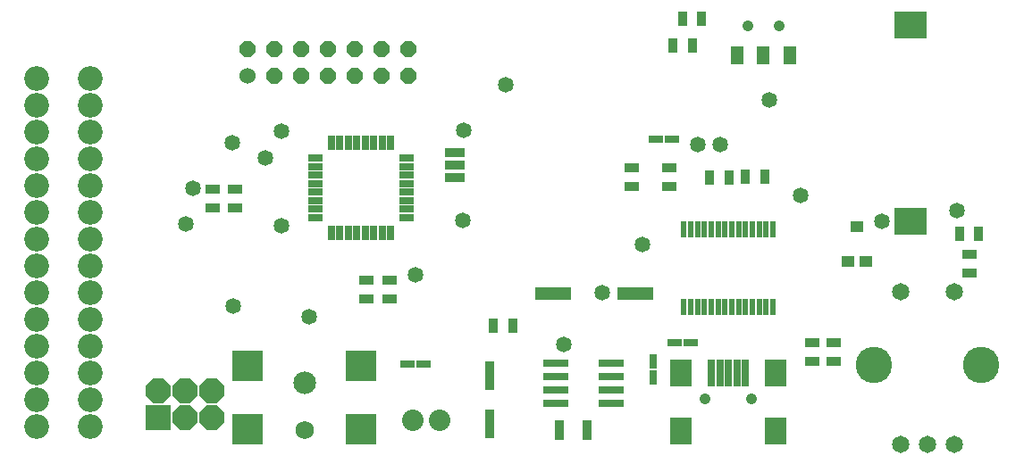
<source format=gts>
G75*
G70*
%OFA0B0*%
%FSLAX24Y24*%
%IPPOS*%
%LPD*%
%AMOC8*
5,1,8,0,0,1.08239X$1,22.5*
%
%ADD10R,0.0560X0.0280*%
%ADD11R,0.0280X0.0560*%
%ADD12R,0.0532X0.0375*%
%ADD13R,0.0729X0.0336*%
%ADD14R,0.0375X0.0532*%
%ADD15C,0.0651*%
%ADD16C,0.1359*%
%ADD17R,0.0920X0.0920*%
%ADD18OC8,0.0920*%
%ADD19C,0.0920*%
%ADD20C,0.0800*%
%ADD21R,0.0257X0.1044*%
%ADD22R,0.0847X0.1044*%
%ADD23C,0.0414*%
%ADD24R,0.0197X0.0610*%
%ADD25R,0.1162X0.1162*%
%ADD26C,0.0690*%
%ADD27C,0.0847*%
%ADD28R,0.0375X0.1103*%
%ADD29R,0.1320X0.0493*%
%ADD30R,0.0360X0.0760*%
%ADD31R,0.1241X0.1044*%
%ADD32R,0.0454X0.0414*%
%ADD33R,0.0493X0.0414*%
%ADD34C,0.0600*%
%ADD35OC8,0.0600*%
%ADD36R,0.0310X0.0560*%
%ADD37R,0.0560X0.0310*%
%ADD38R,0.0930X0.0300*%
%ADD39R,0.0454X0.0651*%
%ADD40C,0.0585*%
D10*
X011270Y010416D03*
X011270Y010731D03*
X011270Y011046D03*
X011270Y011361D03*
X011270Y011676D03*
X011270Y011991D03*
X011270Y012306D03*
X011270Y012621D03*
X014650Y012621D03*
X014650Y012306D03*
X014650Y011991D03*
X014650Y011676D03*
X014650Y011361D03*
X014650Y011046D03*
X014650Y010731D03*
X014650Y010416D03*
D11*
X014062Y009829D03*
X013747Y009829D03*
X013432Y009829D03*
X013117Y009829D03*
X012803Y009829D03*
X012488Y009829D03*
X012173Y009829D03*
X011858Y009829D03*
X011858Y013209D03*
X012173Y013209D03*
X012488Y013209D03*
X012803Y013209D03*
X013117Y013209D03*
X013432Y013209D03*
X013747Y013209D03*
X014062Y013209D03*
D12*
X008260Y011473D03*
X007410Y011473D03*
X007410Y010764D03*
X008260Y010764D03*
X013160Y008073D03*
X014016Y008068D03*
X014016Y007359D03*
X013160Y007364D03*
X023060Y011564D03*
X023060Y012273D03*
X024460Y012273D03*
X024460Y011564D03*
X029776Y005745D03*
X030585Y005732D03*
X030585Y005023D03*
X029776Y005036D03*
X035670Y008324D03*
X035670Y009033D03*
D13*
X016460Y011896D03*
X016460Y012369D03*
X016460Y012841D03*
D14*
X024606Y016819D03*
X025314Y016819D03*
X025664Y017819D03*
X024956Y017819D03*
X025973Y011889D03*
X026682Y011889D03*
X027306Y011919D03*
X028014Y011919D03*
X035276Y009799D03*
X035984Y009799D03*
X018614Y006363D03*
X017906Y006363D03*
D15*
X033100Y007647D03*
X035100Y007647D03*
X035100Y001939D03*
X034100Y001939D03*
X033100Y001939D03*
D16*
X032100Y004892D03*
X036100Y004892D03*
D17*
X005375Y002949D03*
D18*
X006375Y002949D03*
X007375Y002949D03*
X007375Y003949D03*
X006375Y003949D03*
X005375Y003949D03*
D19*
X000860Y002585D03*
X000860Y003585D03*
X000860Y004585D03*
X000860Y005585D03*
X000860Y006585D03*
X000860Y007585D03*
X000860Y008585D03*
X000860Y009585D03*
X000860Y010585D03*
X000860Y011585D03*
X000860Y012585D03*
X000860Y013585D03*
X000860Y014585D03*
X000860Y015585D03*
X002860Y015585D03*
X002860Y014585D03*
X002860Y013585D03*
X002860Y012585D03*
X002860Y011585D03*
X002860Y010585D03*
X002860Y009585D03*
X002860Y008585D03*
X002860Y007585D03*
X002860Y006585D03*
X002860Y005585D03*
X002860Y004585D03*
X002860Y003585D03*
X002860Y002585D03*
D20*
X014893Y002833D03*
X015893Y002833D03*
D21*
X026030Y004603D03*
X026345Y004603D03*
X026660Y004603D03*
X026975Y004603D03*
X027290Y004603D03*
D22*
X028432Y004603D03*
X024888Y004603D03*
X024888Y002438D03*
X028432Y002438D03*
D23*
X027526Y003619D03*
X025794Y003619D03*
X027376Y017562D03*
X028558Y017562D03*
D24*
X028323Y009958D03*
X028067Y009958D03*
X027812Y009958D03*
X027556Y009958D03*
X027300Y009958D03*
X027044Y009958D03*
X026788Y009958D03*
X026532Y009958D03*
X026276Y009958D03*
X026020Y009958D03*
X025764Y009958D03*
X025508Y009958D03*
X025253Y009958D03*
X024997Y009958D03*
X024997Y007079D03*
X025253Y007079D03*
X025508Y007079D03*
X025764Y007079D03*
X026020Y007079D03*
X026276Y007079D03*
X026532Y007079D03*
X026788Y007079D03*
X027044Y007079D03*
X027300Y007079D03*
X027556Y007079D03*
X027812Y007079D03*
X028067Y007079D03*
X028323Y007079D03*
D25*
X012972Y004858D03*
X012972Y002508D03*
X008720Y002508D03*
X008720Y004858D03*
D26*
X010846Y002469D03*
D27*
X010846Y004240D03*
D28*
X017760Y004485D03*
X017760Y002713D03*
D29*
X020110Y007572D03*
X023181Y007572D03*
D30*
X021405Y002458D03*
X020342Y002458D03*
D31*
X033460Y010277D03*
X033460Y017600D03*
D32*
X031795Y008769D03*
X031125Y008769D03*
D33*
X031460Y010068D03*
D34*
X008725Y015697D03*
D35*
X009725Y015697D03*
X010725Y015697D03*
X011725Y015697D03*
X012725Y015697D03*
X013725Y015697D03*
X014725Y015697D03*
X014725Y016697D03*
X013725Y016697D03*
X012725Y016697D03*
X011725Y016697D03*
X010725Y016697D03*
X009725Y016697D03*
X008725Y016697D03*
D36*
X023860Y005019D03*
X023860Y004419D03*
D37*
X024660Y005719D03*
X025260Y005719D03*
X015297Y004946D03*
X014697Y004946D03*
X023960Y013319D03*
X024560Y013319D03*
D38*
X022290Y004969D03*
X022290Y004469D03*
X022290Y003969D03*
X022290Y003469D03*
X020230Y003469D03*
X020230Y003969D03*
X020230Y004469D03*
X020230Y004969D03*
D39*
X026983Y016479D03*
X027967Y016479D03*
X028951Y016479D03*
D40*
X028182Y014795D03*
X026345Y013145D03*
X025535Y013145D03*
X029348Y011237D03*
X032403Y010277D03*
X035206Y010656D03*
X023462Y009390D03*
X021973Y007602D03*
X020539Y005661D03*
X014988Y008276D03*
X016743Y010287D03*
X016791Y013658D03*
X018370Y015353D03*
X009991Y013639D03*
X008164Y013200D03*
X009384Y012621D03*
X006702Y011504D03*
X006440Y010156D03*
X009994Y010094D03*
X008196Y007091D03*
X011007Y006701D03*
M02*

</source>
